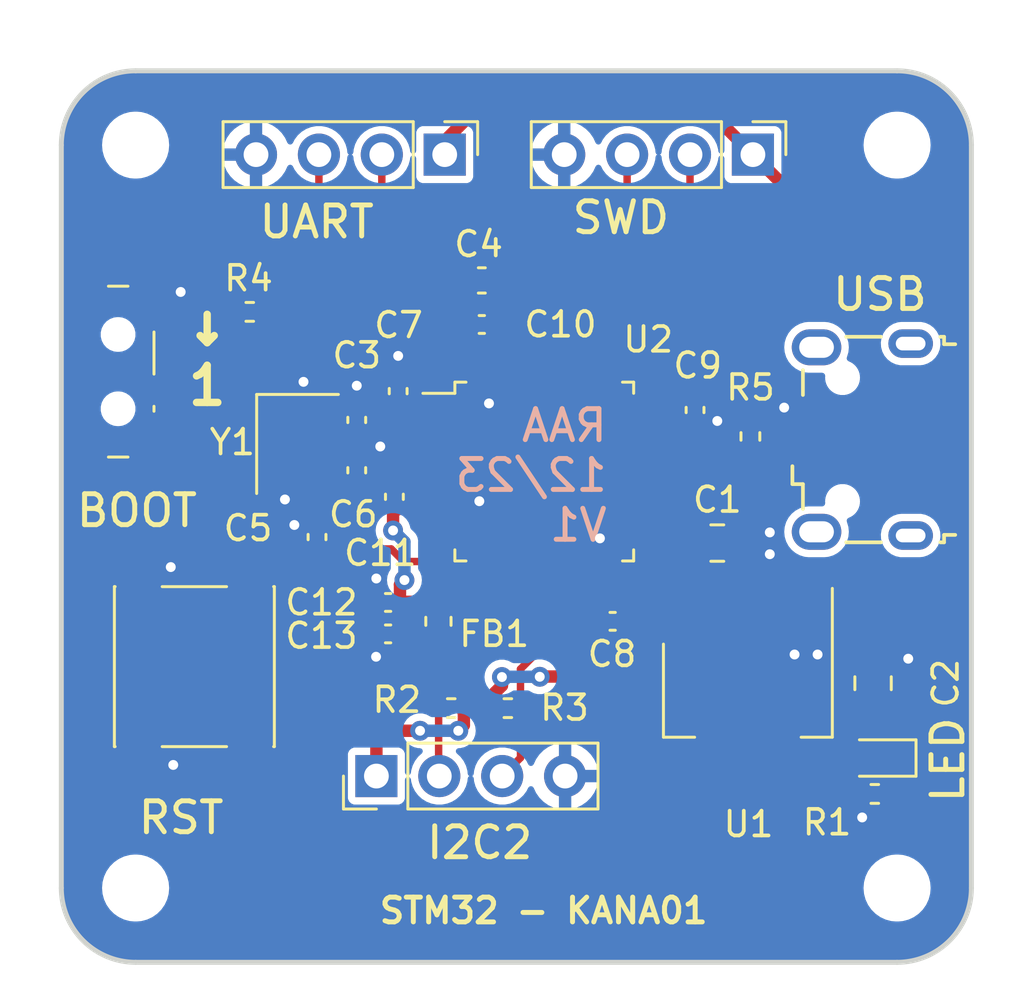
<source format=kicad_pcb>
(kicad_pcb (version 20221018) (generator pcbnew)
  (layers (0 "F.Cu" signal) (31 "B.Cu" power) (34 "B.Paste" user) (35 "F.Paste" user) (36 "B.SilkS" user "B.Silkscreen") (37 "F.SilkS" user "F.Silkscreen") (38 "B.Mask" user) (39 "F.Mask" user) (44 "Edge.Cuts" user))
  (net 0 "")
  (net 1 "VBUS")
  (net 2 "GND")
  (net 3 "+3.3V")
  (net 4 "/HSE_IN")
  (net 5 "/NRST")
  (net 6 "/HSE_OUT")
  (net 7 "+3.3VA")
  (net 8 "/PWR_LED_K")
  (net 9 "/USART1_TX")
  (net 10 "/USART1_RX")
  (net 11 "/I2C2_SCL")
  (net 12 "/I2C2_SDA")
  (net 13 "/SWDIO")
  (net 14 "/SWCLK")
  (net 15 "/USB_D-")
  (net 16 "/USB_D+")
  (net 18 "/SW_BOOT0")
  (net 19 "/BOOT0")
  (footprint "Capacitor_SMD:C_0402_1005Metric" (layer "F.Cu") (at 145.6452 94.558 90)
    (fp_text reference "C3" (at 2.608 0 180) (layer "F.SilkS"))
    (fp_text value "10p")
    (pad "1" smd roundrect (at -0.48 0 90) (size 0.56 0.62) (layers "F.Cu" "F.Paste" "F.Mask") (net 4 "/HSE_IN"))
    (pad "2" smd roundrect (at 0.48 0 90) (size 0.56 0.62) (layers "F.Cu" "F.Paste" "F.Mask") (net 2 "GND"))
  )
  (footprint "Capacitor_SMD:C_0402_1005Metric" (layer "F.Cu") (at 145.6452 96.59 90)
    (fp_text reference "C6" (at -1.78 -0.14 180) (layer "F.SilkS"))
    (fp_text value "10p")
    (pad "1" smd roundrect (at -0.48 0 90) (size 0.56 0.62) (layers "F.Cu" "F.Paste" "F.Mask") (net 6 "/HSE_OUT"))
    (pad "2" smd roundrect (at 0.48 0 90) (size 0.56 0.62) (layers "F.Cu" "F.Paste" "F.Mask") (net 2 "GND"))
  )
  (footprint "Capacitor_SMD:C_0402_1005Metric" (layer "F.Cu") (at 144.041 99.2872 90)
    (fp_text reference "C5" (at 0.3572 -2.7858 180) (layer "F.SilkS"))
    (fp_text value "100n")
    (pad "1" smd roundrect (at -0.48 0 90) (size 0.56 0.62) (layers "F.Cu" "F.Paste" "F.Mask") (net 5 "/NRST"))
    (pad "2" smd roundrect (at 0.48 0 90) (size 0.56 0.62) (layers "F.Cu" "F.Paste" "F.Mask") (net 2 "GND"))
  )
  (footprint "Connector_PinHeader_2.54mm:PinHeader_1x04_P2.54mm_Vertical" (layer "F.Cu") (at 149.1972 83.844 -90)
    (fp_text reference "J1")
    (fp_text value "Conn_01x04_Pin")
    (pad "1" thru_hole rect (at 0 0 270) (size 1.7 1.7) (drill 1) (layers "*.Cu" "*.Mask") (net 3 "+3.3V"))
    (pad "2" thru_hole oval (at 0 2.54 270) (size 1.7 1.7) (drill 1) (layers "*.Cu" "*.Mask") (net 9 "/USART1_TX"))
    (pad "3" thru_hole oval (at 0 5.08 270) (size 1.7 1.7) (drill 1) (layers "*.Cu" "*.Mask") (net 10 "/USART1_RX"))
    (pad "4" thru_hole oval (at 0 7.62 270) (size 1.7 1.7) (drill 1) (layers "*.Cu" "*.Mask") (net 2 "GND"))
  )
  (footprint "MountingHole:MountingHole_2.2mm_M2" (layer "F.Cu") (at 136.7152 83.46)
    (fp_text reference "H4")
    (fp_text value "MountingHole")
    (pad "" np_thru_hole circle (at 0 0) (size 2.2 2.2) (drill 2.2) (layers "F&B.Cu" "*.Mask"))
  )
  (footprint "LED_SMD:LED_0603_1608Metric" (layer "F.Cu") (at 166.7452 108.21 180)
    (fp_text reference "D1")
    (fp_text value "RED")
    (pad "1" smd roundrect (at -0.7875 0 180) (size 0.875 0.95) (layers "F.Cu" "F.Paste" "F.Mask") (net 8 "/PWR_LED_K"))
    (pad "2" smd roundrect (at 0.7875 0 180) (size 0.875 0.95) (layers "F.Cu" "F.Paste" "F.Mask") (net 3 "+3.3V"))
  )
  (footprint "Capacitor_SMD:C_0402_1005Metric" (layer "F.Cu") (at 147.1652 97.6616 90)
    (fp_text reference "C11" (at -2.2684 -0.57 180) (layer "F.SilkS"))
    (fp_text value "10n")
    (pad "1" smd roundrect (at -0.48 0 90) (size 0.56 0.62) (layers "F.Cu" "F.Paste" "F.Mask") (net 7 "+3.3VA"))
    (pad "2" smd roundrect (at 0.48 0 90) (size 0.56 0.62) (layers "F.Cu" "F.Paste" "F.Mask") (net 2 "GND"))
  )
  (footprint "Capacitor_SMD:C_0805_2012Metric" (layer "F.Cu") (at 166.4952 105.19 90)
    (fp_text reference "C2" (at 0 2.93 270) (layer "F.SilkS"))
    (fp_text value "22u")
    (pad "1" smd roundrect (at -0.95 0 90) (size 1 1.45) (layers "F.Cu" "F.Paste" "F.Mask") (net 3 "+3.3V"))
    (pad "2" smd roundrect (at 0.95 0 90) (size 1 1.45) (layers "F.Cu" "F.Paste" "F.Mask") (net 2 "GND"))
  )
  (footprint "Crystal:Crystal_SMD_3225-4Pin_3.2x2.5mm" (layer "F.Cu") (at 143.2536 95.528 -90)
    (fp_text reference "Y1" (at -0.072 2.632 -180) (layer "F.SilkS"))
    (fp_text value "16MHz")
    (pad "1" smd rect (at -1.1 0.85 270) (size 1.4 1.2) (layers "F.Cu" "F.Paste" "F.Mask") (net 4 "/HSE_IN"))
    (pad "2" smd rect (at 1.1 0.85 270) (size 1.4 1.2) (layers "F.Cu" "F.Paste" "F.Mask") (net 2 "GND"))
    (pad "3" smd rect (at 1.1 -0.85 270) (size 1.4 1.2) (layers "F.Cu" "F.Paste" "F.Mask") (net 6 "/HSE_OUT"))
    (pad "4" smd rect (at -1.1 -0.85 270) (size 1.4 1.2) (layers "F.Cu" "F.Paste" "F.Mask") (net 2 "GND"))
  )
  (footprint "Connector_PinHeader_2.54mm:PinHeader_1x04_P2.54mm_Vertical" (layer "F.Cu") (at 161.6432 83.844 -90)
    (fp_text reference "J3")
    (fp_text value "Conn_01x04_Pin")
    (pad "1" thru_hole rect (at 0 0 270) (size 1.7 1.7) (drill 1) (layers "*.Cu" "*.Mask") (net 3 "+3.3V"))
    (pad "2" thru_hole oval (at 0 2.54 270) (size 1.7 1.7) (drill 1) (layers "*.Cu" "*.Mask") (net 13 "/SWDIO"))
    (pad "3" thru_hole oval (at 0 5.08 270) (size 1.7 1.7) (drill 1) (layers "*.Cu" "*.Mask") (net 14 "/SWCLK"))
    (pad "4" thru_hole oval (at 0 7.62 270) (size 1.7 1.7) (drill 1) (layers "*.Cu" "*.Mask") (net 2 "GND"))
  )
  (footprint "Capacitor_SMD:C_0402_1005Metric" (layer "F.Cu") (at 146.9112 103.198 180)
    (fp_text reference "C13" (at 2.6924 -0.0762) (layer "F.SilkS"))
    (fp_text value "1u")
    (pad "1" smd roundrect (at -0.48 0 180) (size 0.56 0.62) (layers "F.Cu" "F.Paste" "F.Mask") (net 3 "+3.3V"))
    (pad "2" smd roundrect (at 0.48 0 180) (size 0.56 0.62) (layers "F.Cu" "F.Paste" "F.Mask") (net 2 "GND"))
  )
  (footprint "Capacitor_SMD:C_0603_1608Metric" (layer "F.Cu") (at 150.6958 88.924)
    (fp_text reference "C4" (at -0.129 -1.464) (layer "F.SilkS"))
    (fp_text value "10u")
    (pad "1" smd roundrect (at -0.775 0) (size 0.9 0.95) (layers "F.Cu" "F.Paste" "F.Mask") (net 3 "+3.3V"))
    (pad "2" smd roundrect (at 0.775 0) (size 0.9 0.95) (layers "F.Cu" "F.Paste" "F.Mask") (net 2 "GND"))
  )
  (footprint "Capacitor_SMD:C_0402_1005Metric" (layer "F.Cu") (at 155.979 102.6908 180)
    (fp_text reference "C8" (at 0.0254 -1.3208) (layer "F.SilkS"))
    (fp_text value "100n")
    (pad "1" smd roundrect (at -0.48 0 180) (size 0.56 0.62) (layers "F.Cu" "F.Paste" "F.Mask") (net 3 "+3.3V"))
    (pad "2" smd roundrect (at 0.48 0 180) (size 0.56 0.62) (layers "F.Cu" "F.Paste" "F.Mask") (net 2 "GND"))
  )
  (footprint "MountingHole:MountingHole_2.2mm_M2" (layer "F.Cu") (at 136.7152 113.46)
    (fp_text reference "H1")
    (fp_text value "MountingHole")
    (pad "" np_thru_hole circle (at 0 0) (size 2.2 2.2) (drill 2.2) (layers "*.Cu" "*.Mask"))
  )
  (footprint "MountingHole:MountingHole_2.2mm_M2" (layer "F.Cu") (at 167.4652 113.46)
    (fp_text reference "H2")
    (fp_text value "MountingHole")
    (pad "" np_thru_hole circle (at 0 0) (size 2.2 2.2) (drill 2.2) (layers "*.Cu" "*.Mask"))
  )
  (footprint "Capacitor_SMD:C_0402_1005Metric" (layer "F.Cu") (at 150.6958 90.702)
    (fp_text reference "C10" (at 3.175 0) (layer "F.SilkS"))
    (fp_text value "100n")
    (pad "1" smd roundrect (at -0.48 0) (size 0.56 0.62) (layers "F.Cu" "F.Paste" "F.Mask") (net 3 "+3.3V"))
    (pad "2" smd roundrect (at 0.48 0) (size 0.56 0.62) (layers "F.Cu" "F.Paste" "F.Mask") (net 2 "GND"))
  )
  (footprint "Button_Switch_SMD:SW_SPDT_PCM12" (layer "F.Cu") (at 136.3372 92.607 -90)
    (fp_text reference "SW2")
    (fp_text value "SW_SPDT")
    (pad "" smd rect (at -3.65 -0.78 270) (size 1 0.8) (layers "F.Cu" "F.Paste" "F.Mask"))
    (pad "" smd rect (at -3.65 1.43 270) (size 1 0.8) (layers "F.Cu" "F.Paste" "F.Mask"))
    (pad "" np_thru_hole circle (at -1.5 0.33 270) (size 0.9 0.9) (drill 0.9) (layers "*.Cu" "*.Mask"))
    (pad "" np_thru_hole circle (at 1.5 0.33 270) (size 0.9 0.9) (drill 0.9) (layers "*.Cu" "*.Mask"))
    (pad "" smd rect (at 3.65 -0.78 270) (size 1 0.8) (layers "F.Cu" "F.Paste" "F.Mask"))
    (pad "" smd rect (at 3.65 1.43 270) (size 1 0.8) (layers "F.Cu" "F.Paste" "F.Mask"))
    (pad "1" smd rect (at -2.25 -1.43 270) (size 0.7 1.5) (layers "F.Cu" "F.Paste" "F.Mask") (net 2 "GND"))
    (pad "2" smd rect (at 0.75 -1.43 270) (size 0.7 1.5) (layers "F.Cu" "F.Paste" "F.Mask") (net 18 "/SW_BOOT0"))
    (pad "3" smd rect (at 2.25 -1.43 270) (size 0.7 1.5) (layers "F.Cu" "F.Paste" "F.Mask") (net 3 "+3.3V"))
  )
  (footprint "Connector_PinHeader_2.54mm:PinHeader_1x04_P2.54mm_Vertical" (layer "F.Cu") (at 146.4386 108.9392 90)
    (fp_text reference "J2")
    (fp_text value "Conn_01x04_Pin")
    (pad "1" thru_hole rect (at 0 0 90) (size 1.7 1.7) (drill 1) (layers "*.Cu" "*.Mask") (net 3 "+3.3V"))
    (pad "2" thru_hole oval (at 0 2.54 90) (size 1.7 1.7) (drill 1) (layers "*.Cu" "*.Mask") (net 11 "/I2C2_SCL"))
    (pad "3" thru_hole oval (at 0 5.08 90) (size 1.7 1.7) (drill 1) (layers "*.Cu" "*.Mask") (net 12 "/I2C2_SDA"))
    (pad "4" thru_hole oval (at 0 7.62 90) (size 1.7 1.7) (drill 1) (layers "*.Cu" "*.Mask") (net 2 "GND"))
  )
  (footprint "Resistor_SMD:R_0402_1005Metric" (layer "F.Cu") (at 161.5416 95.2232 -90)
    (fp_text reference "R5" (at -1.9732 -0.0036 -180) (layer "F.SilkS"))
    (fp_text value "1k5")
    (pad "1" smd roundrect (at -0.51 0 270) (size 0.54 0.64) (layers "F.Cu" "F.Paste" "F.Mask") (net 3 "+3.3V"))
    (pad "2" smd roundrect (at 0.51 0 270) (size 0.54 0.64) (layers "F.Cu" "F.Paste" "F.Mask") (net 16 "/USB_D+"))
  )
  (footprint "MountingHole:MountingHole_2.2mm_M2" (layer "F.Cu") (at 167.4652 83.46)
    (fp_text reference "H3")
    (fp_text value "MountingHole")
    (pad "" np_thru_hole circle (at 0 0) (size 2.2 2.2) (drill 2.2) (layers "*.Cu" "*.Mask"))
  )
  (footprint "Resistor_SMD:R_0402_1005Metric" (layer "F.Cu") (at 149.4612 106.196 180)
    (fp_text reference "R2" (at 2.196 0.336) (layer "F.SilkS"))
    (fp_text value "1k5")
    (pad "1" smd roundrect (at -0.51 0 180) (size 0.54 0.64) (layers "F.Cu" "F.Paste" "F.Mask") (net 3 "+3.3V"))
    (pad "2" smd roundrect (at 0.51 0 180) (size 0.54 0.64) (layers "F.Cu" "F.Paste" "F.Mask") (net 11 "/I2C2_SCL"))
  )
  (footprint "Resistor_SMD:R_0402_1005Metric" (layer "F.Cu") (at 141.3252 90.194)
    (fp_text reference "R4" (at -0.05 -1.354) (layer "F.SilkS"))
    (fp_text value "10k")
    (pad "1" smd roundrect (at -0.51 0) (size 0.54 0.64) (layers "F.Cu" "F.Paste" "F.Mask") (net 18 "/SW_BOOT0"))
    (pad "2" smd roundrect (at 0.51 0) (size 0.54 0.64) (layers "F.Cu" "F.Paste" "F.Mask") (net 19 "/BOOT0"))
  )
  (footprint "Connector_USB:USB_Micro-B_Wuerth_629105150521" (layer "F.Cu") (at 166.0628 95.3502 90)
    (fp_text reference "J4")
    (fp_text value "USB_B_Micro")
    (pad "" np_thru_hole oval (at -2.5 -0.8 90) (size 0.8 0.8) (drill 0.8) (layers "*.Cu" "*.Mask"))
    (pad "" np_thru_hole oval (at 2.5 -0.8 90) (size 0.8 0.8) (drill 0.8) (layers "*.Cu" "*.Mask"))
    (pad "1" smd rect (at -1.3 -1.9 90) (size 0.45 1.3) (layers "F.Cu" "F.Paste" "F.Mask") (net 1 "VBUS"))
    (pad "2" smd rect (at -0.65 -1.9 90) (size 0.45 1.3) (layers "F.Cu" "F.Paste" "F.Mask") (net 15 "/USB_D-"))
    (pad "3" smd rect (at 0 -1.9 90) (size 0.45 1.3) (layers "F.Cu" "F.Paste" "F.Mask") (net 16 "/USB_D+"))
    (pad "4" smd rect (at 0.65 -1.9 90) (size 0.45 1.3) (layers "F.Cu" "F.Paste" "F.Mask"))
    (pad "5" smd rect (at 1.3 -1.9 90) (size 0.45 1.3) (layers "F.Cu" "F.Paste" "F.Mask") (net 2 "GND"))
    (pad "6" thru_hole oval (at -3.875 1.95 90) (size 1.15 1.8) (drill oval 0.55 1.2) (layers "*.Cu" "*.Mask"))
    (pad "6" thru_hole oval (at -3.725 -1.85 90) (size 1.45 2) (drill oval 0.85 1.4) (layers "*.Cu" "*.Mask"))
    (pad "6" thru_hole oval (at 3.725 -1.85 90) (size 1.45 2) (drill oval 0.85 1.4) (layers "*.Cu" "*.Mask"))
    (pad "6" thru_hole oval (at 3.875 1.95 90) (size 1.15 1.8) (drill oval 0.55 1.2) (layers "*.Cu" "*.Mask"))
  )
  (footprint "Resistor_SMD:R_0402_1005Metric" (layer "F.Cu") (at 151.7472 106.196)
    (fp_text reference "R3" (at 2.288 -0.016) (layer "F.SilkS"))
    (fp_text value "1k5")
    (pad "1" smd roundrect (at -0.51 0) (size 0.54 0.64) (layers "F.Cu" "F.Paste" "F.Mask") (net 3 "+3.3V"))
    (pad "2" smd roundrect (at 0.51 0) (size 0.54 0.64) (layers "F.Cu" "F.Paste" "F.Mask") (net 12 "/I2C2_SDA"))
  )
  (footprint "Button_Switch_SMD:SW_SPST_PTS645" (layer "F.Cu") (at 139.088 104.5196 90)
    (fp_text reference "SW1")
    (fp_text value "SW_Push")
    (pad "1" smd rect (at -3.98 -2.25 90) (size 1.55 1.3) (layers "F.Cu" "F.Paste" "F.Mask") (net 2 "GND"))
    (pad "1" smd rect (at 3.98 -2.25 90) (size 1.55 1.3) (layers "F.Cu" "F.Paste" "F.Mask") (net 2 "GND"))
    (pad "2" smd rect (at -3.98 2.25 90) (size 1.55 1.3) (layers "F.Cu" "F.Paste" "F.Mask") (net 5 "/NRST"))
    (pad "2" smd rect (at 3.98 2.25 90) (size 1.55 1.3) (layers "F.Cu" "F.Paste" "F.Mask") (net 5 "/NRST"))
  )
  (footprint "Capacitor_SMD:C_0402_1005Metric" (layer "F.Cu") (at 147.3176 93.3944 90)
    (fp_text reference "C7" (at 2.6644 0.0176 180) (layer "F.SilkS"))
    (fp_text value "100n")
    (pad "1" smd roundrect (at -0.48 0 90) (size 0.56 0.62) (layers "F.Cu" "F.Paste" "F.Mask") (net 3 "+3.3V"))
    (pad "2" smd roundrect (at 0.48 0 90) (size 0.56 0.62) (layers "F.Cu" "F.Paste" "F.Mask") (net 2 "GND"))
  )
  (footprint "Package_QFP:LQFP-48_7x7mm_P0.5mm" (layer "F.Cu") (at 153.2172 96.6425)
    (fp_text reference "U2" (at 4.198 -5.3325) (layer "F.SilkS"))
    (fp_text value "STM32F103C8T6")
    (pad "1" smd roundrect (at -4.1625 -2.75) (size 1.475 0.3) (layers "F.Cu" "F.Paste" "F.Mask") (net 3 "+3.3V"))
    (pad "2" smd roundrect (at -4.1625 -2.25) (size 1.475 0.3) (layers "F.Cu" "F.Paste" "F.Mask"))
    (pad "3" smd roundrect (at -4.1625 -1.75) (size 1.475 0.3) (layers "F.Cu" "F.Paste" "F.Mask"))
    (pad "4" smd roundrect (at -4.1625 -1.25) (size 1.475 0.3) (layers "F.Cu" "F.Paste" "F.Mask"))
    (pad "5" smd roundrect (at -4.1625 -0.75) (size 1.475 0.3) (layers "F.Cu" "F.Paste" "F.Mask") (net 4 "/HSE_IN"))
    (pad "6" smd roundrect (at -4.1625 -0.25) (size 1.475 0.3) (layers "F.Cu" "F.Paste" "F.Mask") (net 6 "/HSE_OUT"))
    (pad "7" smd roundrect (at -4.1625 0.25) (size 1.475 0.3) (layers "F.Cu" "F.Paste" "F.Mask") (net 5 "/NRST"))
    (pad "8" smd roundrect (at -4.1625 0.75) (size 1.475 0.3) (layers "F.Cu" "F.Paste" "F.Mask") (net 2 "GND"))
    (pad "9" smd roundrect (at -4.1625 1.25) (size 1.475 0.3) (layers "F.Cu" "F.Paste" "F.Mask") (net 7 "+3.3VA"))
    (pad "10" smd roundrect (at -4.1625 1.75) (size 1.475 0.3) (layers "F.Cu" "F.Paste" "F.Mask"))
    (pad "11" smd roundrect (at -4.1625 2.25) (size 1.475 0.3) (layers "F.Cu" "F.Paste" "F.Mask"))
    (pad "12" smd roundrect (at -4.1625 2.75) (size 1.475 0.3) (layers "F.Cu" "F.Paste" "F.Mask"))
    (pad "13" smd roundrect (at -2.75 4.1625) (size 0.3 1.475) (layers "F.Cu" "F.Paste" "F.Mask"))
    (pad "14" smd roundrect (at -2.25 4.1625) (size 0.3 1.475) (layers "F.Cu" "F.Paste" "F.Mask"))
    (pad "15" smd roundrect (at -1.75 4.1625) (size 0.3 1.475) (layers "F.Cu" "F.Paste" "F.Mask"))
    (pad "16" smd roundrect (at -1.25 4.1625) (size 0.3 1.475) (layers "F.Cu" "F.Paste" "F.Mask"))
    (pad "17" smd roundrect (at -0.75 4.1625) (size 0.3 1.475) (layers "F.Cu" "F.Paste" "F.Mask"))
    (pad "18" smd roundrect (at -0.25 4.1625) (size 0.3 1.475) (layers "F.Cu" "F.Paste" "F.Mask"))
    (pad "19" smd roundrect (at 0.25 4.1625) (size 0.3 1.475) (layers "F.Cu" "F.Paste" "F.Mask"))
    (pad "20" smd roundrect (at 0.75 4.1625) (size 0.3 1.475) (layers "F.Cu" "F.Paste" "F.Mask"))
    (pad "21" smd roundrect (at 1.25 4.1625) (size 0.3 1.475) (layers "F.Cu" "F.Paste" "F.Mask") (net 11 "/I2C2_SCL"))
    (pad "22" smd roundrect (at 1.75 4.1625) (size 0.3 1.475) (layers "F.Cu" "F.Paste" "F.Mask") (net 12 "/I2C2_SDA"))
    (pad "23" smd roundrect (at 2.25 4.1625) (size 0.3 1.475) (layers "F.Cu" "F.Paste" "F.Mask") (net 2 "GND"))
    (pad "24" smd roundrect (at 2.75 4.1625) (size 0.3 1.475) (layers "F.Cu" "F.Paste" "F.Mask") (net 3 "+3.3V"))
    (pad "25" smd roundrect (at 4.1625 2.75) (size 1.475 0.3) (layers "F.Cu" "F.Paste" "F.Mask"))
    (pad "26" smd roundrect (at 4.1625 2.25) (size 1.475 0.3) (layers "F.Cu" "F.Paste" "F.Mask"))
    (pad "27" smd roundrect (at 4.1625 1.75) (size 1.475 0.3) (layers "F.Cu" "F.Paste" "F.Mask"))
    (pad "28" smd roundrect (at 4.1625 1.25) (size 1.475 0.3) (layers "F.Cu" "F.Paste" "F.Mask"))
    (pad "29" smd roundrect (at 4.1625 0.75) (size 1.475 0.3) (layers "F.Cu" "F.Paste" "F.Mask"))
    (pad "30" smd roundrect (at 4.1625 0.25) (size 1.475 0.3) (layers "F.Cu" "F.Paste" "F.Mask"))
    (pad "31" smd roundrect (at 4.1625 -0.25) (size 1.475 0.3) (layers "F.Cu" "F.Paste" "F.Mask"))
    (pad "32" smd roundrect (at 4.1625 -0.75) (size 1.475 0.3) (layers "F.Cu" "F.Paste" "F.Mask") (net 15 "/USB_D-"))
    (pad "33" smd roundrect (at 4.1625 -1.25) (size 1.475 0.3) (layers "F.Cu" "F.Paste" "F.Mask") (net 16 "/USB_D+"))
    (pad "34" smd roundrect (at 4.1625 -1.75) (size 1.475 0.3) (layers "F.Cu" "F.Paste" "F.Mask") (net 13 "/SWDIO"))
    (pad "35" smd roundrect (at 4.1625 -2.25) (size 1.475 0.3) (layers "F.Cu" "F.Paste" "F.Mask") (net 2 "GND"))
    (pad "36" smd roundrect (at 4.1625 -2.75) (size 1.475 0.3) (layers "F.Cu" "F.Paste" "F.Mask") (net 3 "+3.3V"))
    (pad "37" smd roundrect (at 2.75 -4.1625) (size 0.3 1.475) (layers "F.Cu" "F.Paste" "F.Mask") (net 14 "/SWCLK"))
    (pad "38" smd roundrect (at 2.25 -4.1625) (size 0.3 1.475) (layers "F.Cu" "F.Paste" "F.Mask"))
    (pad "39" smd roundrect (at 1.75 -4.1625) (size 0.3 1.475) (layers "F.Cu" "F.Paste" "F.Mask"))
    (pad "40" smd roundrect (at 1.25 -4.1625) (size 0.3 1.475) (layers "F.Cu" "F.Paste" "F.Mask"))
    (pad "41" smd roundrect (at 0.75 -4.1625) (size 0.3 1.475) (layers "F.Cu" "F.Paste" "F.Mask"))
    (pad "42" smd roundrect (at 0.25 -4.1625) (size 0.3 1.475) (layers "F.Cu" "F.Paste" "F.Mask") (net 9 "/USART1_TX"))
    (pad "43" smd roundrect (at -0.25 -4.1625) (size 0.3 1.475) (layers "F.Cu" "F.Paste" "F.Mask") (net 10 "/USART1_RX"))
    (pad "44" smd roundrect (at -0.75 -4.1625) (size 0.3 1.475) (layers "F.Cu" "F.Paste" "F.Mask") (net 19 "/BOOT0"))
    (pad "45" smd roundrect (at -1.25 -4.1625) (size 0.3 1.475) (layers "F.Cu" "F.Paste" "F.Mask"))
    (pad "46" smd roundrect (at -1.75 -4.1625) (size 0.3 1.475) (layers "F.Cu" "F.Paste" "F.Mask"))
    (pad "47" smd roundrect (at -2.25 -4.1625) (size 0.3 1.475) (layers "F.Cu" "F.Paste" "F.Mask") (net 2 "GND"))
    (pad "48" smd roundrect (at -2.75 -4.1625) (size 0.3 1.475) (layers "F.Cu" "F.Paste" "F.Mask") (net 3 "+3.3V"))
  )
  (footprint "Capacitor_SMD:C_0805_2012Metric" (layer "F.Cu") (at 160.2052 99.53)
    (fp_text reference "C1" (at 0 -1.75) (layer "F.SilkS"))
    (fp_text value "22u")
    (pad "1" smd roundrect (at -0.95 0) (size 1 1.45) (layers "F.Cu" "F.Paste" "F.Mask") (net 1 "VBUS"))
    (pad "2" smd roundrect (at 0.95 0) (size 1 1.45) (layers "F.Cu" "F.Paste" "F.Mask") (net 2 "GND"))
  )
  (footprint "Package_TO_SOT_SMD:SOT-223-3_TabPin2" (layer "F.Cu") (at 161.44 105.46 -90)
    (fp_text reference "U1" (at 5.4218 -0.0252 -180) (layer "F.SilkS"))
    (fp_text value "AMS1117-3.3")
    (pad "1" smd rect (at -3.15 -2.3 270) (size 2 1.5) (layers "F.Cu" "F.Paste" "F.Mask") (net 2 "GND"))
    (pad "2" smd rect (at -3.15 0 270) (size 2 1.5) (layers "F.Cu" "F.Paste" "F.Mask") (net 3 "+3.3V"))
    (pad "2" smd rect (at 3.15 0 270) (size 2 3.8) (layers "F.Cu" "F.Paste" "F.Mask") (net 3 "+3.3V"))
    (pad "3" smd rect (at -3.15 2.3 270) (size 2 1.5) (layers "F.Cu" "F.Paste" "F.Mask") (net 1 "VBUS"))
  )
  (footprint "Capacitor_SMD:C_0402_1005Metric" (layer "F.Cu") (at 159.3064 94.1564 -90)
    (fp_text reference "C9" (at -1.794 -0.108 -180) (layer "F.SilkS"))
    (fp_text value "100n")
    (pad "1" smd roundrect (at -0.48 0 270) (size 0.56 0.62) (layers "F.Cu" "F.Paste" "F.Mask") (net 3 "+3.3V"))
    (pad "2" smd roundrect (at 0.48 0 270) (size 0.56 0.62) (layers "F.Cu" "F.Paste" "F.Mask") (net 2 "GND"))
  )
  (footprint "Inductor_SMD:L_0603_1608Metric" (layer "F.Cu") (at 148.9432 102.69 -90)
    (fp_text reference "FB1" (at 0.51 -2.252 -180) (layer "F.SilkS"))
    (fp_text value "120R")
    (pad "1" smd roundrect (at -0.7875 0 270) (size 0.875 0.95) (layers "F.Cu" "F.Paste" "F.Mask") (net 7 "+3.3VA"))
    (pad "2" smd roundrect (at 0.7875 0 270) (size 0.875 0.95) (layers "F.Cu" "F.Paste" "F.Mask") (net 3 "+3.3V"))
  )
  (footprint "Resistor_SMD:R_0402_1005Metric" (layer "F.Cu") (at 166.5652 109.66 180)
    (fp_text reference "R1" (at 1.93 -1.15 180) (layer "F.SilkS"))
    (fp_text value "1k5")
    (pad "1" smd roundrect (at -0.51 0 180) (size 0.54 0.64) (layers "F.Cu" "F.Paste" "F.Mask") (net 8 "/PWR_LED_K"))
    (pad "2" smd roundrect (at 0.51 0 180) (size 0.54 0.64) (layers "F.Cu" "F.Paste" "F.Mask") (net 2 "GND"))
  )
  (footprint "Capacitor_SMD:C_0402_1005Metric" (layer "F.Cu") (at 146.9112 101.928 180)
    (fp_text reference "C12" (at 2.6924 0) (layer "F.SilkS"))
    (fp_text value "1u")
    (pad "1" smd roundrect (at -0.48 0 180) (size 0.56 0.62) (layers "F.Cu" "F.Paste" "F.Mask") (net 7 "+3.3VA"))
    (pad "2" smd roundrect (at 0.48 0 180) (size 0.56 0.62) (layers "F.Cu" "F.Paste" "F.Mask") (net 2 "GND"))
  )
  (gr_arc (start 167.4652 80.46) (mid 169.58652 81.33868) (end 170.4652 83.46) (stroke (width 0.2)) (layer "Edge.Cuts"))
  (gr_arc (start 136.7152 116.46) (mid 134.59388 115.58132) (end 133.7152 113.46) (stroke (width 0.2)) (layer "Edge.Cuts"))
  (gr_arc (start 170.4652 113.46) (mid 169.58652 115.58132) (end 167.4652 116.46) (stroke (width 0.2)) (layer "Edge.Cuts"))
  (gr_line (start 170.4652 113.46) (end 170.4652 83.46) (stroke (width 0.2)) (layer "Edge.Cuts"))
  (gr_arc (start 133.7152 83.46) (mid 134.59388 81.33868) (end 136.7152 80.46) (stroke (width 0.2)) (layer "Edge.Cuts"))
  (gr_line (start 136.7152 116.46) (end 167.4652 116.46) (stroke (width 0.2)) (layer "Edge.Cuts"))
  (gr_line (start 133.7152 83.46) (end 133.7152 113.46) (stroke (width 0.2)) (layer "Edge.Cuts"))
  (gr_line (start 167.4652 80.46) (end 136.7152 80.46) (stroke (width 0.2)) (layer "Edge.Cuts"))
  (gr_text "RAA\n12/23\nV1" (at 155.8552 99.54) (layer "B.SilkS") (effects (font (size 1.25 1.25) (thickness 0.2)) (justify left bottom mirror)))
  (gr_text "LED" (at 170.2452 110.11 90) (layer "F.SilkS") (effects (font (size 1.25 1.25) (thickness 0.2)) (justify left bottom)))
  (gr_text "STM32 - KANA01" (at 146.4652 114.96) (layer "F.SilkS") (effects (font (size 1 1) (thickness 0.2) bold) (justify left bottom)))
  (gr_text "USB" (at 164.7652 90.22) (layer "F.SilkS") (effects (font (size 1.25 1.25) (thickness 0.2)) (justify left bottom)))
  (gr_text "UART" (at 141.6052 87.29) (layer "F.SilkS") (effects (font (size 1.25 1.25) (thickness 0.2)) (justify left bottom)))
  (gr_text "RST" (at 136.7252 111.35) (layer "F.SilkS") (effects (font (size 1.25 1.25) (thickness 0.2)) (justify left bottom)))
  (gr_text "BOOT" (at 134.2252 98.95) (layer "F.SilkS") (effects (font (size 1.25 1.25) (thickness 0.2)) (justify left bottom)))
  (gr_text "I2C2\n" (at 148.3652 112.36) (layer "F.SilkS") (effects (font (size 1.25 1.25) (thickness 0.2)) (justify left bottom)))
  (gr_text "SWD" (at 154.2452 87.12) (layer "F.SilkS") (effects (font (size 1.25 1.25) (thickness 0.2)) (justify left bottom)))
  (gr_text "↓\n1" (at 139.6052 94.05) (layer "F.SilkS") (effects (font (size 1.5 1.5) (thickness 0.3) bold) (justify bottom)))
  (segment (start 155.4672 100.805) (end 155.4672 102.659) (width 0.3) (layer "F.Cu") (net 2))
  (segment (start 149.0547 97.3925) (end 150.1477 97.3925) (width 0.3) (layer "F.Cu") (net 2))
  (segment (start 145.6452 93.176) (end 145.646 93.1752) (width 0.5) (layer "F.Cu") (net 2))
  (segment (start 138.0956 100.5396) (end 138.1352 100.5) (width 0.5) (layer "F.Cu") (net 2))
  (segment (start 150.9672 93.872) (end 150.9852 93.89) (width 0.3) (layer "F.Cu") (net 2))
  (segment (start 151.1758 89.841) (end 151.1758 90.702) (width 0.5) (layer "F.Cu") (net 2))
  (segment (start 138.2256 108.4996) (end 138.2352 108.49) (width 0.5) (layer "F.Cu") (net 2))
  (segment (start 150.9672 91.5736) (end 151.1784 91.3624) (width 0.3) (layer "F.Cu") (net 2))
  (segment (start 150.9672 92.48) (end 150.9672 93.872) (width 0.3) (layer "F.Cu") (net 2))
  (segment (start 142.4036 97.4284) (end 142.7452 97.77) (width 0.5) (layer "F.Cu") (net 2))
  (segment (start 146.1152 96.11) (end 145.6452 96.11) (width 0.3) (layer "F.Cu") (net 2))
  (segment (start 147.7976 97.1816) (end 147.1652 97.1816) (width 0.3) (layer "F.Cu") (net 2))
  (segment (start 136.838 108.4996) (end 138.2256 108.4996) (width 0.5) (layer "F.Cu") (net 2))
  (segment (start 162.915 94.0502) (end 162.9052 94.06) (width 0.3) (layer "F.Cu") (net 2))
  (segment (start 160.1688 94.6364) (end 160.2052 94.6) (width 0.3) (layer "F.Cu") (net 2))
  (segment (start 148.0137 97.3925) (end 147.8002 97.179) (width 0.3) (layer "F.Cu") (net 2))
  (segment (start 155.4672 99.342) (end 155.4652 99.34) (width 0.3) (layer "F.Cu") (net 2))
  (segment (start 143.1324 98.8072) (end 143.1252 98.8) (width 0.5) (layer "F.Cu") (net 2))
  (segment (start 137.7672 90.357) (end 138.1882 90.357) (width 0.5) (layer "F.Cu") (net 2))
  (segment (start 143.4952 93.02) (end 144.1036 93.6284) (width 0.5) (layer "F.Cu") (net 2))
  (segment (start 158.5952 94.639) (end 158.5978 94.6364) (width 0.3) (layer "F.Cu") (net 2))
  (segment (start 146.4312 104.115) (end 146.4252 104.121) (width 0.5) (layer "F.Cu") (net 2))
  (segment (start 151.4708 88.924) (end 151.4708 89.546) (width 0.5) (layer "F.Cu") (net 2))
  (segment (start 155.4672 102.659) (end 155.499 102.6908) (width 0.3) (layer "F.Cu") (net 2))
  (segment (start 144.1036 93.6284) (end 144.1036 94.428) (width 0.5) (layer "F.Cu") (net 2))
  (segment (start 158.5978 94.6364) (end 159.3064 94.6364) (width 0.3) (layer "F.Cu") (net 2))
  (segment (start 150.1477 97.3925) (end 150.5952 97.84) (width 0.3) (layer "F.Cu") (net 2))
  (segment (start 146.5952 95.63) (end 146.1152 96.11) (width 0.3) (layer "F.Cu") (net 2))
  (segment (start 149.0547 97.3925) (end 148.0137 97.3925) (width 0.3) (layer "F.Cu") (net 2))
  (segment (start 151.1758 91.3598) (end 151.1758 90.702) (width 0.3) (layer "F.Cu") (net 2))
  (segment (start 155.4672 100.805) (end 155.4672 99.342) (width 0.3) (layer "F.Cu") (net 2))
  (segment (start 146.4312 101.928) (end 146.4312 100.965) (width 0.5) (layer "F.Cu") (net 2))
  (segment (start 151.4708 89.546) (end 151.1758 89.841) (width 0.5) (layer "F.Cu") (net 2))
  (segment (start 151.1784 91.3624) (end 151.1758 91.3598) (width 0.3) (layer "F.Cu") (net 2))
  (segment (start 146.4312 100.965) (end 146.4352 100.961) (width 0.5) (layer "F.Cu") (net 2))
  (segment (start 150.9672 92.48) (end 150.9672 91.5736) (width 0.3) (layer "F.Cu") (net 2))
  (segment (start 142.4036 96.628) (end 142.4036 97.4284) (width 0.5) (layer "F.Cu") (net 2))
  (segment (start 146.4312 103.198) (end 146.4312 104.115) (width 0.5) (layer "F.Cu") (net 2))
  (segment (start 164.1628 94.0502) (end 162.915 94.0502) (width 0.3) (layer "F.Cu") (net 2))
  (segment (start 136.838 100.5396) (end 138.0956 100.5396) (width 0.5) (layer "F.Cu") (net 2))
  (segment (start 159.3064 94.6364) (end 160.1688 94.6364) (width 0.3) (layer "F.Cu") (net 2))
  (segment (start 166.0552 109.66) (end 166.0552 110.61) (width 0.3) (layer "F.Cu") (net 2))
  (segment (start 144.041 98.8072) (end 143.1324 98.8072) (width 0.5) (layer "F.Cu") (net 2))
  (segment (start 147.3176 92.9144) (end 147.3176 91.972) (width 0.5) (layer "F.Cu") (net 2))
  (segment (start 147.8002 97.179) (end 147.7976 97.1816) (width 0.3) (layer "F.Cu") (net 2))
  (segment (start 138.1882 90.357) (end 138.5352 90.01) (width 0.5) (layer "F.Cu") (net 2))
  (segment (start 145.6452 94.078) (end 145.6452 93.176) (width 0.5) (layer "F.Cu") (net 2))
  (segment (start 157.3797 94.3925) (end 158.3487 94.3925) (width 0.3) (layer "F.Cu") (net 2))
  (segment (start 158.3487 94.3925) (end 158.5952 94.639) (width 0.3) (layer "F.Cu") (net 2))
  (segment (start 138.5352 90.01) (end 138.5352 89.39) (width 0.5) (layer "F.Cu") (net 2))
  (via (at 143.4952 93.02) (size 0.8) (drill 0.4) (layers "F.Cu" "B.Cu") (net 2))
  (via (at 150.9852 93.89) (size 0.8) (drill 0.4) (layers "F.Cu" "B.Cu") (net 2))
  (via (at 146.4252 104.121) (size 0.8) (drill 0.4) (layers "F.Cu" "B.Cu") (net 2))
  (via (at 138.1352 100.5) (size 0.8) (drill 0.4) (layers "F.Cu" "B.Cu") (net 2))
  (via (at 146.5952 95.63) (size 0.8) (drill 0.4) (layers "F.Cu" "B.Cu") (net 2))
  (via (at 145.646 93.1752) (size 0.8) (drill 0.4) (layers "F.Cu" "B.Cu") (net 2))
  (via (at 155.4652 99.34) (size 0.8) (drill 0.4) (layers "F.Cu" "B.Cu") (net 2))
  (via (at 162.3252 99.98) (size 0.8) (drill 0.4) (layers "F.Cu" "B.Cu") (net 2))
  (via (at 147.3176 91.972) (size 0.8) (drill 0.4) (layers "F.Cu" "B.Cu") (net 2))
  (via (at 164.2552 104.03) (size 0.8) (drill 0.4) (layers "F.Cu" "B.Cu") (net 2))
  (via (at 163.3252 104.03) (size 0.8) (drill 0.4) (layers "F.Cu" "B.Cu") (net 2))
  (via (at 146.4352 100.961) (size 0.8) (drill 0.4) (layers "F.Cu" "B.Cu") (net 2))
  (via (at 138.5352 89.39) (size 0.8) (drill 0.4) (layers "F.Cu" "B.Cu") (net 2))
  (via (at 143.1252 98.8) (size 0.8) (drill 0.4) (layers "F.Cu" "B.Cu") (net 2))
  (via (at 150.5952 97.84) (size 0.8) (drill 0.4) (layers "F.Cu" "B.Cu") (net 2))
  (via (at 142.7452 97.77) (size 0.8) (drill 0.4) (layers "F.Cu" "B.Cu") (net 2))
  (via (at 160.2052 94.6) (size 0.8) (drill 0.4) (layers "F.Cu" "B.Cu") (net 2))
  (via (at 162.3252 99.1) (size 0.8) (drill 0.4) (layers "F.Cu" "B.Cu") (net 2))
  (via (at 162.9052 94.06) (size 0.8) (drill 0.4) (layers "F.Cu" "B.Cu") (net 2))
  (via (at 167.9152 104.2) (size 0.8) (drill 0.4) (layers "F.Cu" "B.Cu") (net 2))
  (via (at 166.0552 110.61) (size 0.8) (drill 0.4) (layers "F.Cu" "B.Cu") (net 2))
  (via (at 138.2352 108.49) (size 0.8) (drill 0.4) (layers "F.Cu" "B.Cu") (net 2))
  (segment (start 155.9672 101.7392) (end 156.459 102.231) (width 0.3) (layer "F.Cu") (net 3))
  (segment (start 149.9712 106.196) (end 149.9712 106.884) (width 0.5) (layer "F.Cu") (net 3))
  (segment (start 150.4672 91.718) (end 150.2132 91.464) (width 0.3) (layer "F.Cu") (net 3))
  (segment (start 149.1972 83.288) (end 150.5652 81.92) (width 0.5) (layer "F.Cu") (net 3))
  (segment (start 165.2752 108.21) (end 165.9577 108.21) (width 0.5) (layer "F.Cu") (net 3))
  (segment (start 150.5652 81.92) (end 159.7192 81.92) (width 0.5) (layer "F.Cu") (net 3))
  (segment (start 150.2132 91.464) (end 150.2158 91.4614) (width 0.3) (layer "F.Cu") (net 3))
  (segment (start 157.3797 93.8925) (end 158.4527 93.8925) (width 0.3) (layer "F.Cu") (net 3))
  (segment (start 149.0547 93.8925) (end 149.0547 92.9395) (width 0.3) (layer "F.Cu") (net 3))
  (segment (start 146.4386 107.2966) (end 146.6252 107.11) (width 0.5) (layer "F.Cu") (net 3))
  (segment (start 155.9672 100.805) (end 155.9672 101.7392) (width 0.3) (layer "F.Cu") (net 3))
  (segment (start 161.5416 93.9764) (end 161.5416 94.7132) (width 0.3) (layer "F.Cu") (net 3))
  (segment (start 156.459 108.7238) (end 159.0052 111.27) (width 0.5) (layer "F.Cu") (net 3))
  (segment (start 158.674 93.6764) (end 159.3064 93.6764) (width 0.3) (layer "F.Cu") (net 3))
  (segment (start 139.6052 109.67) (end 139.6052 94.86) (width 0.5) (layer "F.Cu") (net 3))
  (segment (start 149.9712 106.884) (end 149.7452 107.11) (width 0.5) (layer "F.Cu") (net 3))
  (segment (start 160.2352 93.6764) (end 160.2352 89.94) (width 0.3) (layer "F.Cu") (net 3))
  (segment (start 159.3064 93.6764) (end 160.2352 93.6764) (width 0.3) (layer "F.Cu") (net 3))
  (segment (start 161.6432 83.844) (end 163.9872 86.188) (width 0.5) (layer "F.Cu") (net 3))
  (segment (start 164.8752 108.61) (end 165.2752 108.21) (width 0.5) (layer "F.Cu") (net 3))
  (segment (start 148.2017 107.11) (end 146.6252 107.11) (width 0.5) (layer "F.Cu") (net 3))
  (segment (start 151.2372 105.558) (end 151.2372 106.196) (width 0.5) (layer "F.Cu") (net 3))
  (segment (start 156.459 104.92) (end 156.459 102.6908) (width 0.5) (layer "F.Cu") (net 3))
  (segment (start 149.9208 88.924) (end 149.9208 89.5968) (width 0.5) (layer "F.Cu") (net 3))
  (segment (start 146.6252 105.76) (end 146.6252 107.11) (width 0.5) (layer "F.Cu") (net 3))
  (segment (start 150.2158 91.4614) (end 150.2158 90.702) (width 0.3) (layer "F.Cu") (net 3))
  (segment (start 140.6052 110.67) (end 139.6052 109.67) (width 0.5) (layer "F.Cu") (net 3))
  (segment (start 163.9872 86.188) (end 166.4152 88.616) (width 0.5) (layer "F.Cu") (net 3))
  (segment (start 151.2372 106.196) (end 149.9712 106.196) (width 0.5) (layer "F.Cu") (net 3))
  (segment (start 145.1912 88.924) (end 148.4352 88.924) (width 0.5) (layer "F.Cu") (net 3))
  (segment (start 161.2416 93.6764) (end 161.5416 93.9764) (width 0.3) (layer "F.Cu") (net 3))
  (segment (start 153.0352 104.93) (end 153.0452 104.92) (width 0.5) (layer "F.Cu") (net 3))
  (segment (start 168.3152 106.14) (end 166.4952 106.14) (width 0.5) (layer "F.Cu") (net 3))
  (segment (start 151.5077 104.94) (end 151.5077 105.2875) (width 0.5) (layer "F.Cu") (net 3))
  (segment (start 150.2158 89.8918) (end 150.2158 90.702) (width 0.5) (layer "F.Cu") (net 3))
  (segment (start 146.6252 107.11) (end 144.9052 107.11) (width 0.5) (layer "F.Cu") (net 3))
  (segment (start 148.4352 92.32) (end 148.4352 88.924) (width 0.3) (layer "F.Cu") (net 3))
  (segment (start 147.3912 103.198) (end 148.6637 103.198) (width 0.5) (layer "F.Cu") (net 3))
  (segment (start 143.5852 108.43) (end 143.5852 109.65) (width 0.5) (layer "F.Cu") (net 3))
  (segment (start 166.4152 100.4) (end 169.3352 103.32) (width 0.5) (layer "F.Cu") (net 3))
  (segment (start 159.7192 81.92) (end 161.6432 83.844) (width 0.5) (layer "F.Cu") (net 3))
  (segment (start 147.3357 93.8925) (end 147.3176 93.8744) (width 0.3) (layer "F.Cu") (net 3))
  (segment (start 156.459 104.92) (end 156.459 108.7238) (width 0.5) (layer "F.Cu") (net 3))
  (segment (start 149.0547 93.8925) (end 147.3357 93.8925) (width 0.3) (layer "F.Cu") (net 3))
  (segment (start 153.0452 104.92) (end 156.459 104.92) (width 0.5) (layer "F.Cu") (net 3))
  (segment (start 159.0052 111.27) (end 163.6752 111.27) (width 0.5) (layer "F.Cu") (net 3))
  (segment (start 160.2352 89.94) (end 163.9872 86.188) (width 0.3) (layer "F.Cu") (net 3))
  (segment (start 149.0547 92.9395) (end 148.4352 92.32) (width 0.3) (layer "F.Cu") (net 3))
  (segment (start 165.9577 108.21) (end 166.4952 107.6725) (width 0.5) (layer "F.Cu") (net 3))
  (segment (start 148.9077 103.4775) (end 146.6252 105.76) (width 0.5) (layer "F.Cu") (net 3))
  (segment (start 160.5852 93.6764) (end 161.2416 93.6764) (width 0.3) (layer "F.Cu") (net 3))
  (segment (start 169.3352 105.12) (end 168.3152 106.14) (width 0.5) (layer "F.Cu") (net 3))
  (segment (start 158.4527 93.8925) (end 158.6714 93.6738) (width 0.3) (layer "F.Cu") (net 3))
  (segment (start 149.1972 83.844) (end 149.1972 83.288) (width 0.5) (layer "F.Cu") (net 3))
  (segment (start 139.6052 94.86) (end 139.6052 94.51) (width 0.5) (layer "F.Cu") (net 3))
  (segment (start 139.6022 94.857) (end 139.6052 94.86) (width 0.5) (layer "F.Cu") (net 3))
  (segment (start 146.4386 108.9392) (end 146.4386 107.2966) (width 0.5) (layer "F.Cu") (net 3))
  (segment (start 158.6714 93.6738) (end 158.674 93.6764) (width 0.3) (layer "F.Cu") (net 3))
  (segment (start 166.4952 107.6725) (end 166.4952 106.14) (width 0.5) (layer "F.Cu") (net 3))
  (segment (start 143.5852 109.65) (end 142.5652 110.67) (width 0.5) (layer "F.Cu") (net 3))
  (segment (start 163.6752 111.27) (end 164.8752 110.07) (width 0.5) (layer "F.Cu") (net 3))
  (segment (start 137.7672 94.857) (end 139.6022 94.857) (width 0.5) (layer "F.Cu") (net 3))
  (segment (start 156.459 102.231) (end 156.459 102.6908) (width 0.3) (layer "F.Cu") (net 3))
  (segment (start 142.5652 110.67) (end 140.6052 110.67) (width 0.5) (layer "F.Cu") (net 3))
  (segment (start 169.3352 103.32) (end 169.3352 105.12) (width 0.5) (layer "F.Cu") (net 3))
  (segment (start 148.4352 88.924) (end 149.9208 88.924) (width 0.5) (layer "F.Cu") (net 3))
  (segment (start 149.9208 89.5968) (end 150.2158 89.8918) (width 0.5) (layer "F.Cu") (net 3))
  (segment (start 164.8752 110.07) (end 164.8752 108.61) (width 0.5) (layer "F.Cu") (net 3))
  (segment (start 160.2352 93.6764) (end 160.5852 93.6764) (width 0.3) (layer "F.Cu") (net 3))
  (segment (start 139.6052 94.51) (end 145.1912 88.924) (width 0.5) (layer "F.Cu") (net 3))
  (segment (start 148.6637 103.198) (end 148.9432 103.4775) (width 0.5) (layer "F.Cu") (net 3))
  (segment (start 150.4672 92.48) (end 150.4672 91.718) (width 0.3) (layer "F.Cu") (net 3))
  (segment (start 144.9052 107.11) (end 143.5852 108.43) (width 0.5) (layer "F.Cu") (net 3))
  (segment (start 148.9432 103.4775) (end 148.9077 103.4775) (width 0.5) (layer "F.Cu") (net 3))
  (segment (start 166.4152 88.616) (end 166.4152 100.4) (width 0.5) (layer "F.Cu") (net 3))
  (segment (start 151.5077 105.2875) (end 151.2372 105.558) (width 0.5) (layer "F.Cu") (net 3))
  (via (at 148.2017 107.11) (size 0.8) (drill 0.4) (layers "F.Cu" "B.Cu") (net 3))
  (via (at 153.0352 104.93) (size 0.8) (drill 0.4) (layers "F.Cu" "B.Cu") (net 3))
  (via (at 151.5077 104.94) (size 0.8) (drill 0.4) (layers "F.Cu" "B.Cu") (net 3))
  (via (at 149.7452 107.11) (size 0.8) (drill 0.4) (layers "F.Cu" "B.Cu") (net 3))
  (segment (start 151.5177 104.93) (end 151.5077 104.94) (width 0.5) (layer "B.Cu") (net 3))
  (segment (start 153.0352 104.93) (end 151.5177 104.93) (width 0.5) (layer "B.Cu") (net 3))
  (segment (start 149.7452 107.11) (end 148.2017 107.11) (width 0.5) (layer "B.Cu") (net 3))
  (segment (start 148.216158 95.8925) (end 147.093658 94.77) (width 0.3) (layer "F.Cu") (net 4))
  (segment (start 146.1172 94.77) (end 145.8444 95.0428) (width 0.3) (layer "F.Cu") (net 4))
  (segment (start 143.408624 95.528) (end 142.4036 94.522976) (width 0.3) (layer "F.Cu") (net 4))
  (segment (start 149.0547 95.8925) (end 148.216158 95.8925) (width 0.3) (layer "F.Cu") (net 4))
  (segment (start 144.93 95.528) (end 143.408624 95.528) (width 0.3) (layer "F.Cu") (net 4))
  (segment (start 142.4036 94.522976) (end 142.4036 94.428) (width 0.3) (layer "F.Cu") (net 4))
  (segment (start 145.42 95.038) (end 144.93 95.528) (width 0.3) (layer "F.Cu") (net 4))
  (segment (start 147.093658 94.77) (end 146.1172 94.77) (width 0.3) (layer "F.Cu") (net 4))
  (segment (start 145.6452 95.038) (end 145.42 95.038) (width 0.3) (layer "F.Cu") (net 4))
  (segment (start 141.338 100.5396) (end 141.338 108.4996) (width 0.3) (layer "F.Cu") (net 5))
  (segment (start 151.0477 96.8925) (end 151.4452 97.29) (width 0.3) (layer "F.Cu") (net 5))
  (segment (start 142.1104 99.7672) (end 141.338 100.5396) (width 0.3) (layer "F.Cu") (net 5))
  (segment (start 151.4452 97.29) (end 151.4452 98.48) (width 0.3) (layer "F.Cu") (net 5))
  (segment (start 147.5436 100.2752) (end 147.0356 99.7672) (width 0.3) (layer "F.Cu") (net 5))
  (segment (start 149.0547 96.8925) (end 151.0477 96.8925) (width 0.3) (layer "F.Cu") (net 5))
  (segment (start 149.65 100.2752) (end 147.5436 100.2752) (width 0.3) (layer "F.Cu") (net 5))
  (segment (start 144.041 99.7672) (end 142.1104 99.7672) (width 0.3) (layer "F.Cu") (net 5))
  (segment (start 151.4452 98.48) (end 149.65 100.2752) (width 0.3) (layer "F.Cu") (net 5))
  (segment (start 147.0356 99.7672) (end 144.041 99.7672) (width 0.3) (layer "F.Cu") (net 5))
  (segment (start 146.273834 97.07) (end 145.6452 97.07) (width 0.3) (layer "F.Cu") (net 6))
  (segment (start 144.5456 97.07) (end 144.1036 96.628) (width 0.3) (layer "F.Cu") (net 6))
  (segment (start 144.5504 97.0748) (end 144.1036 96.628) (width 0.3) (layer "F.Cu") (net 6))
  (segment (start 149.0547 96.3925) (end 146.951334 96.3925) (width 0.3) (layer "F.Cu") (net 6))
  (segment (start 146.951334 96.3925) (end 146.273834 97.07) (width 0.3) (layer "F.Cu") (net 6))
  (segment (start 145.6452 97.07) (end 144.5456 97.07) (width 0.3) (layer "F.Cu") (net 6))
  (segment (start 147.3912 101.204764) (end 147.571264 101.0247) (width 0.5) (layer "F.Cu") (net 7))
  (segment (start 147.8282 98.1416) (end 147.1652 98.1416) (width 0.3) (layer "F.Cu") (net 7))
  (segment (start 147.3912 101.928) (end 147.3912 101.204764) (width 0.5) (layer "F.Cu") (net 7))
  (segment (start 149.0547 97.8925) (end 148.0773 97.8925) (width 0.3) (layer "F.Cu") (net 7))
  (segment (start 147.111856 98.194944) (end 147.1652 98.1416) (width 0.5) (layer "F.Cu") (net 7))
  (segment (start 147.4167 101.9025) (end 147.3912 101.928) (width 0.5) (layer "F.Cu") (net 7))
  (segment (start 148.9432 101.9025) (end 147.4167 101.9025) (width 0.5) (layer "F.Cu") (net 7))
  (segment (start 147.111856 99.021589) (end 147.111856 98.194944) (width 0.5) (layer "F.Cu") (net 7))
  (segment (start 148.0773 97.8925) (end 147.8282 98.1416) (width 0.3) (layer "F.Cu") (net 7))
  (via (at 147.111856 99.021589) (size 0.8) (drill 0.4) (layers "F.Cu" "B.Cu") (net 7))
  (via (at 147.571264 101.0247) (size 0.8) (drill 0.4) (layers "F.Cu" "B.Cu") (net 7))
  (segment (start 147.571264 99.480997) (end 147.111856 99.021589) (width 0.5) (layer "B.Cu") (net 7))
  (segment (start 147.571264 101.0247) (end 147.571264 99.480997) (width 0.5) (layer "B.Cu") (net 7))
  (segment (start 167.5327 109.2025) (end 167.0752 109.66) (width 0.5) (layer "F.Cu") (net 8))
  (segment (start 167.5327 108.21) (end 167.5327 109.2025) (width 0.5) (layer "F.Cu") (net 8))
  (segment (start 146.6572 85.5204) (end 146.6572 83.844) (width 0.3) (layer "F.Cu") (net 9))
  (segment (start 154.1248 87.4762) (end 152.931 86.2824) (width 0.3) (layer "F.Cu") (net 9))
  (segment (start 153.4672 92.48) (end 153.4672 91.1564) (width 0.3) (layer "F.Cu") (net 9))
  (segment (start 147.4192 86.2824) (end 146.6572 85.5204) (width 0.3) (layer "F.Cu") (net 9))
  (segment (start 154.1248 90.4988) (end 154.1248 87.4762) (width 0.3) (layer "F.Cu") (net 9))
  (segment (start 153.4672 91.1564) (end 154.1248 90.4988) (width 0.3) (layer "F.Cu") (net 9))
  (segment (start 152.931 86.2824) (end 147.4192 86.2824) (width 0.3) (layer "F.Cu") (net 9))
  (segment (start 152.9672 92.48) (end 152.9672 90.8262) (width 0.3) (layer "F.Cu") (net 10))
  (segment (start 152.9672 90.8262) (end 153.5152 90.2782) (width 0.3) (layer "F.Cu") (net 10))
  (segment (start 152.4738 86.9174) (end 145.4126 86.9174) (width 0.3) (layer "F.Cu") (net 10))
  (segment (start 153.5152 90.2782) (end 153.5152 87.9588) (width 0.3) (layer "F.Cu") (net 10))
  (segment (start 153.5152 87.9588) (end 152.4738 86.9174) (width 0.3) (layer "F.Cu") (net 10))
  (segment (start 145.4126 86.9174) (end 144.1172 85.622) (width 0.3) (layer "F.Cu") (net 10))
  (segment (start 144.1172 85.622) (end 144.1172 83.844) (width 0.3) (layer "F.Cu") (net 10))
  (segment (start 148.9512 108.9118) (end 148.9786 108.9392) (width 0.3) (layer "F.Cu") (net 11))
  (segment (start 148.9512 106.196) (end 148.9512 108.9118) (width 0.3) (layer "F.Cu") (net 11))
  (segment (start 151.4952 103.02) (end 148.9512 105.564) (width 0.3) (layer "F.Cu") (net 11))
  (segment (start 148.9512 105.564) (end 148.9512 106.196) (width 0.3) (layer "F.Cu") (net 11))
  (segment (start 154.4672 100.805) (end 154.4672 101.643542) (width 0.3) (layer "F.Cu") (net 11))
  (segment (start 154.4672 101.643542) (end 153.090742 103.02) (width 0.3) (layer "F.Cu") (net 11))
  (segment (start 153.090742 103.02) (end 151.4952 103.02) (width 0.3) (layer "F.Cu") (net 11))
  (segment (start 154.9672 100.805) (end 154.9672 101.908) (width 0.3) (layer "F.Cu") (net 12))
  (segment (start 152.2572 104.618) (end 152.2572 106.196) (width 0.3) (layer "F.Cu") (net 12))
  (segment (start 152.2572 108.2006) (end 151.5186 108.9392) (width 0.3) (layer "F.Cu") (net 12))
  (segment (start 154.9672 101.908) (end 152.2572 104.618) (width 0.3) (layer "F.Cu") (net 12))
  (segment (start 152.2572 106.196) (end 152.2572 108.2006) (width 0.3) (layer "F.Cu") (net 12))
  (segment (start 157.3797 94.8925) (end 156.541158 94.8925) (width 0.3) (layer "F.Cu") (net 13))
  (segment (start 156.541158 94.8925) (end 156.2922 94.643542) (width 0.3) (layer "F.Cu") (net 13))
  (segment (start 159.1032 90.682542) (end 159.1032 83.844) (width 0.3) (layer "F.Cu") (net 13))
  (segment (start 156.2922 93.493542) (end 159.1032 90.682542) (width 0.3) (layer "F.Cu") (net 13))
  (segment (start 156.2922 94.643542) (end 156.2922 93.493542) (width 0.3) (layer "F.Cu") (net 13))
  (segment (start 155.9672 92.48) (end 155.9672 88.4532) (width 0.3) (layer "F.Cu") (net 14))
  (segment (start 156.5632 87.8572) (end 156.5632 83.844) (width 0.3) (layer "F.Cu") (net 14))
  (segment (start 155.9672 88.4532) (end 156.5632 87.8572) (width 0.3) (layer "F.Cu") (net 14))
  (segment (start 162.1936 96.3626) (end 162.656 95.9002) (width 0.2) (layer "F.Cu") (net 15))
  (segment (start 159.6325 95.8675) (end 160.1276 96.3626) (width 0.2) (layer "F.Cu") (net 15))
  (segment (start 160.1276 96.3626) (end 162.1936 96.3626) (width 0.2) (layer "F.Cu") (net 15))
  (segment (start 164.1628 95.9748) (end 163.7378 95.9748) (width 0.2) (layer "F.Cu") (net 15))
  (segment (start 163.087799 95.9002) (end 163.187799 96.0002) (width 0.2) (layer "F.Cu") (net 15))
  (segment (start 163.7378 95.9748) (end 163.6378 95.8748) (width 0.2) (layer "F.Cu") (net 15))
  (segment (start 157.3797 95.8925) (end 158.485951 95.8925) (width 0.2) (layer "F.Cu") (net 15))
  (segment (start 163.187799 96.0002) (end 164.1628 96.0002) (width 0.2) (layer "F.Cu") (net 15))
  (segment (start 162.656 95.9002) (end 163.087799 95.9002) (width 0.2) (layer "F.Cu") (net 15))
  (segment (start 158.485951 95.8925) (end 158.510951 95.8675) (width 0.2) (layer "F.Cu") (net 15))
  (segment (start 158.510951 95.8675) (end 159.6325 95.8675) (width 0.2) (layer "F.Cu") (net 15))
  (segment (start 159.8189 95.4175) (end 160.314 95.9126) (width 0.2) (layer "F.Cu") (net 16))
  (segment (start 160.314 95.9126) (end 162.0072 95.9126) (width 0.2) (layer "F.Cu") (net 16))
  (segment (start 164.1628 95.3248) (end 163.7378 95.3248) (width 0.2) (layer "F.Cu") (net 16))
  (segment (start 157.3797 95.3925) (end 158.485951 95.3925) (width 0.2) (layer "F.Cu") (net 16))
  (segment (start 163.7378 95.3248) (end 163.6378 95.4248) (width 0.2) (layer "F.Cu") (net 16))
  (segment (start 158.510951 95.4175) (end 159.8189 95.4175) (width 0.2) (layer "F.Cu") (net 16))
  (segment (start 162.4696 95.4502) (end 163.087799 95.4502) (width 0.2) (layer "F.Cu") (net 16))
  (segment (start 163.187799 95.3502) (end 164.1628 95.3502) (width 0.2) (layer "F.Cu") (net 16))
  (segment (start 163.087799 95.4502) (end 163.187799 95.3502) (width 0.2) (layer "F.Cu") (net 16))
  (segment (start 162.0072 95.9126) (end 162.4696 95.4502) (width 0.2) (layer "F.Cu") (net 16))
  (segment (start 158.485951 95.3925) (end 158.510951 95.4175) (width 0.2) (layer "F.Cu") (net 16))
  (segment (start 137.7672 93.357) (end 139.5064 93.357) (width 0.3) (layer "F.Cu") (net 18))
  (segment (start 140.8152 92.0482) (end 140.8152 90.194) (width 0.3) (layer "F.Cu") (net 18))
  (segment (start 139.5064 93.357) (end 140.8152 92.0482) (width 0.3) (layer "F.Cu") (net 18))
  (segment (start 152.4672 88.3078) (end 151.8642 87.7048) (width 0.3) (layer "F.Cu") (net 19))
  (segment (start 142.2376 87.7048) (end 141.8352 88.1072) (width 0.3) (layer "F.Cu") (net 19))
  (segment (start 151.8642 87.7048) (end 142.2376 87.7048) (width 0.3) (layer "F.Cu") (net 19))
  (segment (start 152.4672 92.48) (end 152.4672 88.3078) (width 0.3) (layer "F.Cu") (net 19))
  (segment (start 141.8352 88.1072) (end 141.8352 90.194) (width 0.3) (layer "F.Cu") (net 19))
  (zone (net 3) (net_name "+3.3V") (layer "F.Cu") (priority 2) (connect_pads yes (clearance 0.3)) (min_thickness 0.25) (fill yes (thermal_gap 0.5) (thermal_bridge_width 0.5))
    (polygon (pts (xy 160.6752 100.98) (xy 162.0352 100.98) (xy 162.2852 101.24) (xy 162.3052 104.39) (xy 162.3052 104.88) (xy 162.7652 105.36) (xy 165.1402 105.36) (xy 167.2852 105.36) (xy 167.5152 105.63) (xy 167.5152 106.64) (xy 167.2752 106.97) (xy 164.3552 106.97) (xy 163.983821 107.3) (xy 163.9852 109.36) (xy 163.4752 109.84) (xy 159.4952 109.84) (xy 158.9452 109.11) (xy 158.9352 105.45) (xy 160.3752 104.25) (xy 160.3752 101.26)))
  )
  (zone (net 1) (net_name "VBUS") (layer "F.Cu") (priority 3) (connect_pads yes (clearance 0.3)) (min_thickness 0.25) (fill yes (thermal_gap 0.5) (thermal_bridge_width 0.5))
    (polygon (pts (xy 159.8452 103.58) (xy 160.0952 103.35) (xy 160.0952 101.09) (xy 159.9052 100.83) (xy 159.9052 97.66) (xy 160.5952 97.19) (xy 162.9752 97.19) (xy 163.3352 96.81) (xy 164.7852 96.81) (xy 164.7852 96.54) (xy 163.2352 96.54) (xy 162.8852 96.85) (xy 159.7352 96.84) (xy 158.5552 97.85) (xy 158.5352 100.75) (xy 158.1452 101.02) (xy 158.1352 103.32) (xy 158.3452 103.58)))
  )
  (zone (net 2) (net_name "GND") (layer "F.Cu") (priority 1) (connect_pads yes (clearance 0.3)) (min_thickness 0.25) (fill yes (thermal_gap 0.5) (thermal_bridge_width 0.5))
    (polygon (pts (xy 160.5352 98.57) (xy 162.5452 98.56) (xy 162.8652 98.86) (xy 162.8652 100.1) (xy 163.6752 100.93) (xy 164.9552 100.92) (xy 165.2752 101.28) (xy 165.2752 102.84) (xy 165.7152 103.35) (xy 168.2452 103.35) (xy 168.4552 103.61) (xy 168.4452 104.86) (xy 168.2052 105.14) (xy 165.6552 105.14) (xy 165.6452 105.14) (xy 165.2752 104.62) (xy 164.8252 104.62) (xy 163.0252 104.62) (xy 162.6352 104.2) (xy 162.6352 100.88) (xy 162.4252 100.67) (xy 160.6152 100.67) (xy 160.2552 100.35) (xy 160.2552 98.82)))
  )
  (zone (net 2) (net_name "GND") (layer "B.Cu") (connect_pads (clearance 0.3)) (min_thickness 0.25) (fill yes (thermal_gap 0.5) (thermal_bridge_width 0.5))
    (polygon (pts (xy 171.2152 79.96) (xy 171.2152 116.96) (xy 133.2152 116.96) (xy 133.2152 79.96) (xy 134.9652 79.96)))
  )
)
</source>
